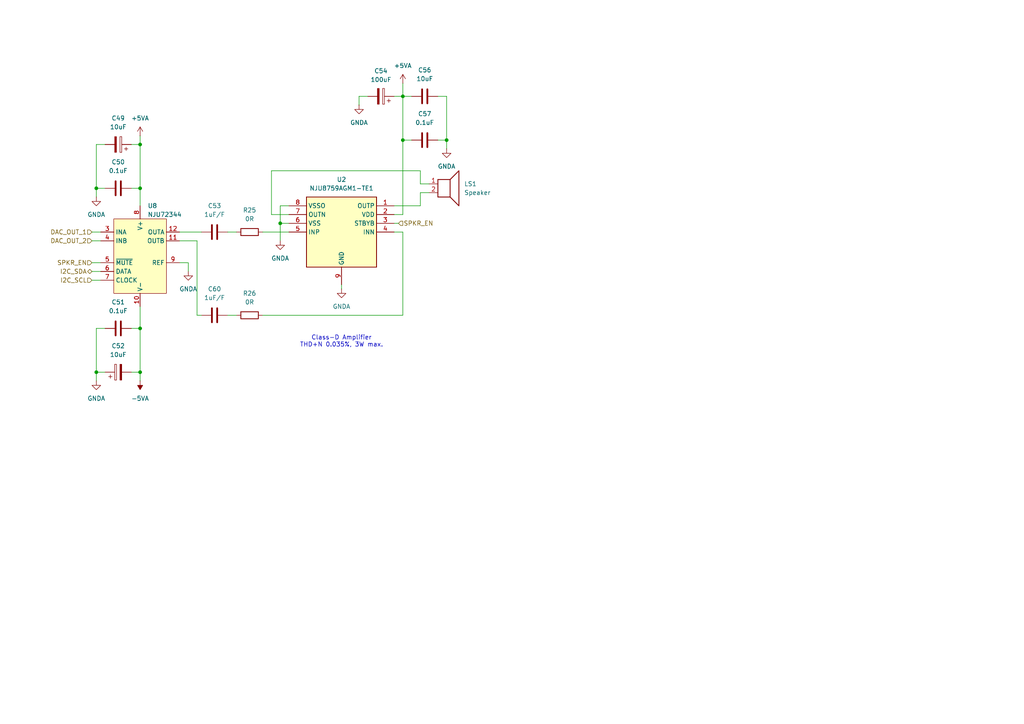
<source format=kicad_sch>
(kicad_sch (version 20250114) (generator "eeschema") (generator_version "9.0")
  (paper "A4")
  (lib_symbols
    (symbol "Device:C" (pin_numbers (hide yes)) (pin_names (offset 0.254))
      (property "Reference" "C" (at 0.635 2.54 0))
      (property "Value" "C" (at 0.635 -2.54 0))
      (symbol "C_0_1"
        (polyline (pts (xy -2.032 0.762) (xy 2.032 0.762)) (stroke (width 0.508)))
        (polyline (pts (xy -2.032 -0.762) (xy 2.032 -0.762)) (stroke (width 0.508)))
      )
      (symbol "C_1_1"
        (pin passive line (at 0 3.81 270) (length 2.794) (name "~") (number "1"))
        (pin passive line (at 0 -3.81 90) (length 2.794) (name "~") (number "2"))
      )
    )
    (symbol "Device:C_Polarized" (pin_numbers (hide yes)) (pin_names (offset 0.254))
      (property "Reference" "C" (at 0.635 2.54 0))
      (property "Value" "C_Polarized" (at 0.635 -2.54 0))
      (symbol "C_Polarized_0_1"
        (rectangle (start -2.286 0.508) (end 2.286 1.016))
        (polyline (pts (xy -1.778 2.286) (xy -0.762 2.286)))
        (polyline (pts (xy -1.27 2.794) (xy -1.27 1.778)))
        (rectangle (start 2.286 -0.508) (end -2.286 -1.016) (fill (type outline)))
      )
      (symbol "C_Polarized_1_1"
        (pin passive line (at 0 3.81 270) (length 2.794) (name "~") (number "1"))
        (pin passive line (at 0 -3.81 90) (length 2.794) (name "~") (number "2"))
      )
    )
    (symbol "Device:R" (pin_numbers (hide yes)) (pin_names (offset 0))
      (property "Reference" "R" (at 2.032 0 90))
      (property "Value" "R" (at 0 0 90))
      (symbol "R_0_1"
        (rectangle (start -1.016 -2.54) (end 1.016 2.54) (stroke (width 0.254)))
      )
      (symbol "R_1_1"
        (pin passive line (at 0 3.81 270) (length 1.27) (name "~") (number "1"))
        (pin passive line (at 0 -3.81 90) (length 1.27) (name "~") (number "2"))
      )
    )
    (symbol "Device:Speaker" (pin_names (offset 0) (hide yes))
      (property "Reference" "LS" (at 1.27 5.715 0))
      (property "Value" "Speaker" (at 1.27 3.81 0))
      (symbol "Speaker_0_0"
        (rectangle (start -2.54 1.27) (end 1.016 -3.81) (stroke (width 0.254)))
        (polyline (pts (xy 1.016 1.27) (xy 3.556 3.81) (xy 3.556 -6.35) (xy 1.016 -3.81)) (stroke (width 0.254)))
      )
      (symbol "Speaker_1_1"
        (pin input line (at -5.08 0 0) (length 2.54) (name "1") (number "1"))
        (pin input line (at -5.08 -2.54 0) (length 2.54) (name "2") (number "2"))
      )
    )
    (symbol "NJU72344:NJU72344"
      (property "Reference" "U" (at 0 0 0))
      (symbol "NJU72344_1_1"
        (rectangle (start -7.62 11.43) (end 7.62 -10.16) (fill (type background)))
        (pin passive line (at -11.43 7.62 0) (length 3.81) (name "INA") (number "3"))
        (pin passive line (at -11.43 5.08 0) (length 3.81) (name "INB") (number "4"))
        (pin passive line (at -11.43 -1.27 0) (length 3.81) (name "~{MUTE}") (number "5"))
        (pin passive line (at -11.43 -3.81 0) (length 3.81) (name "DATA") (number "6"))
        (pin passive line (at -11.43 -6.35 0) (length 3.81) (name "CLOCK") (number "7"))
        (pin passive line (at 0 15.24 270) (length 3.81) (name "V+") (number "8"))
        (pin passive line (at 0 -13.97 90) (length 3.81) (name "V-") (number "10"))
        (pin passive line (at 11.43 7.62 180) (length 3.81) (name "OUTA") (number "12"))
        (pin passive line (at 11.43 5.08 180) (length 3.81) (name "OUTB") (number "11"))
        (pin passive line (at 11.43 -1.27 180) (length 3.81) (name "REF") (number "9"))
        (pin no_connect line (at 11.43 -6.35 180) (length 3.81) (hide yes) (name "NC") (number "1"))
        (pin no_connect line (at 11.43 -6.35 180) (length 3.81) (hide yes) (name "NC") (number "13"))
        (pin no_connect line (at 11.43 -6.35 180) (length 3.81) (hide yes) (name "NC") (number "14"))
        (pin no_connect line (at 11.43 -6.35 180) (length 3.81) (hide yes) (name "NC") (number "2"))
      )
    )
    (symbol "NJU8759AGM1-TE1:NJU8759AGM1-TE1"
      (property "Reference" "IC" (at 26.67 7.62 0))
      (property "Value" "NJU8759AGM1-TE1" (at 26.67 5.08 0))
      (symbol "NJU8759AGM1-TE1_1_1"
        (rectangle (start 5.08 2.54) (end 25.4 -17.78) (stroke (width 0.254)) (fill (type background)))
        (pin passive line (at 0 0 0) (length 5.08) (name "OUTP") (number "1"))
        (pin passive line (at 0 -2.54 0) (length 5.08) (name "VDD") (number "2"))
        (pin passive line (at 0 -5.08 0) (length 5.08) (name "STBYB") (number "3"))
        (pin passive line (at 0 -7.62 0) (length 5.08) (name "INN") (number "4"))
        (pin passive line (at 15.24 -22.86 90) (length 5.08) (name "GND") (number "9"))
        (pin passive line (at 30.48 0 180) (length 5.08) (name "VSSO") (number "8"))
        (pin passive line (at 30.48 -2.54 180) (length 5.08) (name "OUTN") (number "7"))
        (pin passive line (at 30.48 -5.08 180) (length 5.08) (name "VSS") (number "6"))
        (pin passive line (at 30.48 -7.62 180) (length 5.08) (name "INP") (number "5"))
      )
    )
    (symbol "power:+5VA" (power) (pin_numbers (hide yes)) (pin_names (offset 0) (hide yes))
      (property "Value" "+5VA" (at 0 3.556 0))
      (symbol "+5VA_0_1"
        (polyline (pts (xy -0.762 1.27) (xy 0 2.54)))
        (polyline (pts (xy 0 2.54) (xy 0.762 1.27)))
        (polyline (pts (xy 0 0) (xy 0 2.54)))
      )
      (symbol "+5VA_1_1"
        (pin power_in line (at 0 0 90) (length 0) (name "~") (number "1"))
      )
    )
    (symbol "power:-5VA" (power) (pin_numbers (hide yes)) (pin_names (offset 0) (hide yes))
      (property "Value" "-5VA" (at 0 3.556 0))
      (symbol "-5VA_0_0"
        (pin power_in line (at 0 0 90) (length 0) (name "~") (number "1"))
      )
      (symbol "-5VA_0_1"
        (polyline (pts (xy 0 0) (xy 0 1.27) (xy 0.762 1.27) (xy 0 2.54) (xy -0.762 1.27) (xy 0 1.27)) (fill (type outline)))
      )
    )
    (symbol "power:GNDA" (power) (pin_numbers (hide yes)) (pin_names (offset 0) (hide yes))
      (property "Value" "GNDA" (at 0 -3.81 0))
      (symbol "GNDA_0_1"
        (polyline (pts (xy 0 0) (xy 0 -1.27) (xy 1.27 -1.27) (xy 0 -2.54) (xy -1.27 -1.27) (xy 0 -1.27)))
      )
      (symbol "GNDA_1_1"
        (pin power_in line (at 0 0 270) (length 0) (name "~") (number "1"))
      )
    )
  )
  (text "Class-D Amplifier\nTHD+N 0.035%, 3W max." (at 99.06 99.06 0) (effects (font (size 1.27 1.27))))
  (junction (at 81.28 64.77))
  (junction (at 129.54 40.64))
  (junction (at 40.64 41.91))
  (junction (at 40.64 95.25))
  (junction (at 40.64 54.61))
  (junction (at 116.84 27.94))
  (junction (at 27.94 107.95))
  (junction (at 40.64 107.95))
  (junction (at 27.94 54.61))
  (junction (at 116.84 40.64))
  (wire (pts (xy 78.74 49.53) (xy 78.74 62.23)))
  (wire (pts (xy 40.64 95.25) (xy 40.64 107.95)))
  (wire (pts (xy 38.1 107.95) (xy 40.64 107.95)))
  (wire (pts (xy 66.04 67.31) (xy 68.58 67.31)))
  (wire (pts (xy 26.67 69.85) (xy 29.21 69.85)))
  (wire (pts (xy 27.94 95.25) (xy 27.94 107.95)))
  (wire (pts (xy 127 27.94) (xy 129.54 27.94)))
  (wire (pts (xy 52.07 76.2) (xy 54.61 76.2)))
  (wire (pts (xy 40.64 41.91) (xy 40.64 54.61)))
  (wire (pts (xy 40.64 39.37) (xy 40.64 41.91)))
  (wire (pts (xy 57.15 91.44) (xy 58.42 91.44)))
  (wire (pts (xy 57.15 69.85) (xy 57.15 91.44)))
  (wire (pts (xy 127 40.64) (xy 129.54 40.64)))
  (wire (pts (xy 116.84 27.94) (xy 116.84 40.64)))
  (wire (pts (xy 52.07 69.85) (xy 57.15 69.85)))
  (wire (pts (xy 99.06 82.55) (xy 99.06 83.82)))
  (wire (pts (xy 116.84 62.23) (xy 116.84 40.64)))
  (wire (pts (xy 58.42 67.31) (xy 52.07 67.31)))
  (wire (pts (xy 116.84 40.64) (xy 119.38 40.64)))
  (wire (pts (xy 121.92 59.69) (xy 121.92 55.88)))
  (wire (pts (xy 121.92 49.53) (xy 78.74 49.53)))
  (wire (pts (xy 38.1 54.61) (xy 40.64 54.61)))
  (wire (pts (xy 81.28 64.77) (xy 83.82 64.77)))
  (wire (pts (xy 26.67 81.28) (xy 29.21 81.28)))
  (wire (pts (xy 116.84 67.31) (xy 114.3 67.31)))
  (wire (pts (xy 27.94 41.91) (xy 27.94 54.61)))
  (wire (pts (xy 104.14 27.94) (xy 106.68 27.94)))
  (wire (pts (xy 27.94 107.95) (xy 30.48 107.95)))
  (wire (pts (xy 76.2 91.44) (xy 116.84 91.44)))
  (wire (pts (xy 66.04 91.44) (xy 68.58 91.44)))
  (wire (pts (xy 27.94 107.95) (xy 27.94 110.49)))
  (wire (pts (xy 129.54 40.64) (xy 129.54 43.18)))
  (wire (pts (xy 121.92 55.88) (xy 124.46 55.88)))
  (wire (pts (xy 40.64 54.61) (xy 40.64 59.69)))
  (wire (pts (xy 76.2 67.31) (xy 83.82 67.31)))
  (wire (pts (xy 81.28 64.77) (xy 81.28 59.69)))
  (wire (pts (xy 26.67 67.31) (xy 29.21 67.31)))
  (wire (pts (xy 116.84 91.44) (xy 116.84 67.31)))
  (wire (pts (xy 30.48 41.91) (xy 27.94 41.91)))
  (wire (pts (xy 116.84 24.13) (xy 116.84 27.94)))
  (wire (pts (xy 115.57 64.77) (xy 114.3 64.77)))
  (wire (pts (xy 116.84 27.94) (xy 119.38 27.94)))
  (wire (pts (xy 121.92 49.53) (xy 121.92 53.34)))
  (wire (pts (xy 30.48 54.61) (xy 27.94 54.61)))
  (wire (pts (xy 81.28 59.69) (xy 83.82 59.69)))
  (wire (pts (xy 38.1 41.91) (xy 40.64 41.91)))
  (wire (pts (xy 78.74 62.23) (xy 83.82 62.23)))
  (wire (pts (xy 26.67 76.2) (xy 29.21 76.2)))
  (wire (pts (xy 104.14 27.94) (xy 104.14 30.48)))
  (wire (pts (xy 129.54 27.94) (xy 129.54 40.64)))
  (wire (pts (xy 81.28 69.85) (xy 81.28 64.77)))
  (wire (pts (xy 40.64 107.95) (xy 40.64 110.49)))
  (wire (pts (xy 114.3 59.69) (xy 121.92 59.69)))
  (wire (pts (xy 27.94 54.61) (xy 27.94 57.15)))
  (wire (pts (xy 114.3 27.94) (xy 116.84 27.94)))
  (wire (pts (xy 114.3 62.23) (xy 116.84 62.23)))
  (wire (pts (xy 38.1 95.25) (xy 40.64 95.25)))
  (wire (pts (xy 26.67 78.74) (xy 29.21 78.74)))
  (wire (pts (xy 27.94 95.25) (xy 30.48 95.25)))
  (wire (pts (xy 54.61 76.2) (xy 54.61 78.74)))
  (wire (pts (xy 40.64 95.25) (xy 40.64 88.9)))
  (wire (pts (xy 121.92 53.34) (xy 124.46 53.34)))
  (hierarchical_label "DAC_OUT_2" (shape input) (at 26.67 69.85 180))
  (hierarchical_label "SPKR_EN" (shape input) (at 26.67 76.2 180))
  (hierarchical_label "I2C_SDA" (shape bidirectional) (at 26.67 78.74 180))
  (hierarchical_label "SPKR_EN" (shape input) (at 115.57 64.77 0))
  (hierarchical_label "DAC_OUT_1" (shape input) (at 26.67 67.31 180))
  (hierarchical_label "I2C_SCL" (shape input) (at 26.67 81.28 180))
  (symbol (lib_id "Device:C_Polarized") (at 34.29 107.95 90) (unit 1)
    (property "Reference" "C52" (at 34.29 100.33 90))
    (property "Value" "10uF" (at 34.29 102.87 90))
    (property "Footprint" "Capacitor_Tantalum_SMD:CP_EIA-3216-10_Kemet-I" (effects (hide yes)))
    (property "Description" "Polarized capacitor" (effects (hide yes)))
    (property "Part No." "TCJA106M010R0200" (effects (hide yes)))
    (property "Vendor" "Kyocera AVX" (effects (hide yes)))
    (property "Fetched" "20" (effects (hide yes)))
    (instances (project "MizukiH743" (path "" (reference "C52") (unit 1))) (project "MizukiRA8M1v3" (path "" (reference "C?") (unit 1))) (project "" (path "" (reference "C4") (unit 1))))
  )
  (symbol (lib_id "power:GNDA") (at 129.54 43.18 0) (unit 1)
    (property "Reference" "#PWR072" (effects (hide yes)))
    (property "Value" "GNDA" (at 129.54 48.26 0))
    (property "Description" "Power symbol creates a global label with name \"GNDA\" , analog ground" (effects (hide yes)))
    (instances (project "MizukiH743" (path "" (reference "#PWR072") (unit 1))) (project "MizukiRA8M1v3" (path "" (reference "#PWR?") (unit 1))))
  )
  (symbol (lib_id "Device:R") (at 72.39 91.44 90) (unit 1)
    (property "Reference" "R26" (at 72.39 85.09 90))
    (property "Value" "0R" (at 72.39 87.63 90))
    (property "Footprint" "Resistor_SMD:R_0603_1608Metric" (effects (hide yes)))
    (property "Description" "Resistor" (effects (hide yes)))
    (property "Part No." "PTFR0603B39R0Q9" (effects (hide yes)))
    (property "Vendor" "RESI" (effects (hide yes)))
    (instances (project "MizukiH743" (path "" (reference "R26") (unit 1))) (project "MizukiRA8M1v3" (path "" (reference "R?") (unit 1))) (project "" (path "" (reference "R2") (unit 1))))
  )
  (symbol (lib_id "power:GNDA") (at 27.94 57.15 0) (unit 1)
    (property "Reference" "#PWR061" (effects (hide yes)))
    (property "Value" "GNDA" (at 27.94 62.23 0))
    (property "Description" "Power symbol creates a global label with name \"GNDA\" , analog ground" (effects (hide yes)))
    (instances (project "MizukiH743" (path "" (reference "#PWR061") (unit 1))) (project "MizukiRA8M1v3" (path "" (reference "#PWR?") (unit 1))))
  )
  (symbol (lib_id "Device:C") (at 62.23 91.44 90) (unit 1)
    (property "Reference" "C60" (at 62.23 83.82 90))
    (property "Value" "1uF/F" (at 62.23 86.36 90))
    (property "Footprint" "Capacitor_SMD:C_1210_3225Metric" (effects (hide yes)))
    (property "Description" "Unpolarized capacitor" (effects (hide yes)))
    (property "Part No." "ECPU1C105MA5" (effects (hide yes)))
    (property "Vendor" "Panasonic" (effects (hide yes)))
    (property "Fetched" "4" (effects (hide yes)))
    (instances (project "MizukiH743" (path "" (reference "C60") (unit 1))) (project "MizukiRA8M1v3" (path "" (reference "C?") (unit 1))) (project "" (path "" (reference "C10") (unit 1))))
  )
  (symbol (lib_id "power:GNDA") (at 54.61 78.74 0) (unit 1)
    (property "Reference" "#PWR068" (effects (hide yes)))
    (property "Value" "GNDA" (at 54.61 83.82 0))
    (property "Description" "Power symbol creates a global label with name \"GNDA\" , analog ground" (effects (hide yes)))
    (instances (project "MizukiH743" (path "" (reference "#PWR068") (unit 1))) (project "" (path "" (reference "#PWR?") (unit 1))))
  )
  (symbol (lib_id "Device:C_Polarized") (at 110.49 27.94 270) (mirror x) (unit 1)
    (property "Reference" "C54" (at 110.49 20.574 90))
    (property "Value" "100uF" (at 110.49 23.114 90))
    (property "Footprint" "Capacitor_Tantalum_SMD:CP_EIA-7343-15_Kemet-W" (effects (hide yes)))
    (property "Description" "Polarized capacitor" (effects (hide yes)))
    (property "Part No." "ECASD41A107M015KA0" (effects (hide yes)))
    (property "Vendor" "muRata" (effects (hide yes)))
    (property "Fetched" "20" (effects (hide yes)))
    (instances (project "MizukiH743" (path "" (reference "C54") (unit 1))) (project "MizukiRA8M1v3" (path "" (reference "C?") (unit 1))) (project "" (path "" (reference "C6") (unit 1))))
  )
  (symbol (lib_id "Device:C") (at 123.19 40.64 90) (unit 1)
    (property "Reference" "C57" (at 123.19 33.02 90))
    (property "Value" "0.1uF" (at 123.19 35.56 90))
    (property "Footprint" "Capacitor_SMD:C_0603_1608Metric" (effects (hide yes)))
    (property "Description" "Unpolarized capacitor" (effects (hide yes)))
    (instances (project "MizukiH743" (path "" (reference "C57") (unit 1))) (project "MizukiRA8M1v3" (path "" (reference "C?") (unit 1))) (project "" (path "" (reference "C9") (unit 1))))
  )
  (symbol (lib_id "power:+5VA") (at 116.84 24.13 0) (unit 1)
    (property "Reference" "#PWR071" (effects (hide yes)))
    (property "Value" "+5VA" (at 116.84 19.05 0))
    (property "Description" "Power symbol creates a global label with name \"+5VA\"" (effects (hide yes)))
    (instances (project "MizukiH743" (path "" (reference "#PWR071") (unit 1))) (project "MizukiRA8M1v3" (path "" (reference "#PWR?") (unit 1))))
  )
  (symbol (lib_id "NJU8759AGM1-TE1:NJU8759AGM1-TE1") (at 114.3 59.69 0) (mirror y) (unit 1)
    (property "Reference" "U2" (at 99.06 52.07 0))
    (property "Value" "NJU8759AGM1-TE1" (at 99.06 54.61 0))
    (property "Footprint" "SOIC127P620X170-9N" (effects (hide yes)))
    (property "Datasheet" "https://www.nisshinbo-microdevices.co.jp/en/pdf/datasheet/NJU8759A_E.pdf" (effects (hide yes)))
    (property "Description" "Amplifier IC 1-Channel (Mono) Class D 8-HSOP" (effects (hide yes)))
    (property "Height" "1.7" (effects (hide yes)))
    (property "Manufacturer_Name" "Nisshinbo" (effects (hide yes)))
    (property "Manufacturer_Part_Number" "NJU8759AGM1-TE1" (effects (hide yes)))
    (property "Mouser Part Number" "513-NJU8759AGM1" (effects (hide yes)))
    (property "Mouser Price/Stock" "https://www.mouser.co.uk/ProductDetail/Nisshinbo/NJU8759AGM1-TE1?qs=iLbezkQI%252Bsjfjohn1Zv%252BvA%3D%3D" (effects (hide yes)))
  )
  (symbol (lib_id "Device:Speaker") (at 129.54 53.34 0) (unit 1)
    (property "Reference" "LS1" (at 134.62 53.3399 0) (effects (justify left)))
    (property "Value" "Speaker" (at 134.62 55.8799 0) (effects (justify left)))
    (property "Footprint" "B2B-XH-A_LF_SN:SHDR2W64P0X250_1X2_740X575X700P" (effects (hide yes)))
    (property "Description" "Speaker" (effects (hide yes)))
    (property "Part No." "B2B-XH-A(LF)(SN)" (effects (hide yes)))
    (property "Vendor" "JST" (effects (hide yes)))
    (property "Fetched" "29" (effects (hide yes)))
    (instances (project "MizukiH743" (path "" (reference "LS1") (unit 1))) (project "MizukiRA8M1v3" (path "" (reference "LS?") (unit 1))) (project "" (path "" (reference "LS1") (unit 1))))
  )
  (symbol (lib_id "Device:R") (at 72.39 67.31 90) (unit 1)
    (property "Reference" "R25" (at 72.39 60.96 90))
    (property "Value" "0R" (at 72.39 63.5 90))
    (property "Footprint" "Resistor_SMD:R_0603_1608Metric" (effects (hide yes)))
    (property "Description" "Resistor" (effects (hide yes)))
    (property "Part No." "PTFR0603B39R0Q9" (effects (hide yes)))
    (property "Vendor" "RESI" (effects (hide yes)))
    (instances (project "MizukiH743" (path "" (reference "R25") (unit 1))) (project "MizukiRA8M1v3" (path "" (reference "R?") (unit 1))) (project "" (path "" (reference "R1") (unit 1))))
  )
  (symbol (lib_id "power:GNDA") (at 27.94 110.49 0) (unit 1)
    (property "Reference" "#PWR062" (effects (hide yes)))
    (property "Value" "GNDA" (at 27.94 115.57 0))
    (property "Description" "Power symbol creates a global label with name \"GNDA\" , analog ground" (effects (hide yes)))
    (instances (project "MizukiH743" (path "" (reference "#PWR062") (unit 1))) (project "MizukiRA8M1v3" (path "" (reference "#PWR?") (unit 1))))
  )
  (symbol (lib_id "Device:C_Polarized") (at 34.29 41.91 270) (mirror x) (unit 1)
    (property "Reference" "C49" (at 34.29 34.29 90))
    (property "Value" "10uF" (at 34.29 36.83 90))
    (property "Footprint" "Capacitor_Tantalum_SMD:CP_EIA-3216-10_Kemet-I" (effects (hide yes)))
    (property "Description" "Polarized capacitor" (effects (hide yes)))
    (property "Part No." "TCJA106M010R0200" (effects (hide yes)))
    (property "Vendor" "Kyocera AVX" (effects (hide yes)))
    (property "Fetched" "20" (effects (hide yes)))
    (instances (project "MizukiH743" (path "" (reference "C49") (unit 1))) (project "" (path "" (reference "C?") (unit 1))) (project "" (path "" (reference "C1") (unit 1))))
  )
  (symbol (lib_id "power:GNDA") (at 81.28 69.85 0) (unit 1)
    (property "Reference" "#PWR02" (effects (hide yes)))
    (property "Value" "GNDA" (at 81.28 74.93 0))
    (property "Description" "Power symbol creates a global label with name \"GNDA\" , analog ground" (effects (hide yes)))
  )
  (symbol (lib_id "NJU72344:NJU72344") (at 40.64 74.93 0) (unit 1)
    (property "Reference" "U8" (at 42.8341 59.69 0) (effects (justify left)))
    (property "Value" "NJU72344" (at 42.8341 62.23 0) (effects (justify left)))
    (property "Footprint" "Package_SO:SSOP-14_5.3x6.2mm_P0.65mm" (effects (hide yes)))
    (property "Part No." "NJU72344V-TE1" (effects (hide yes)))
    (property "Vendor" "Nisshinbo" (effects (hide yes)))
    (property "Fetched" "2" (effects (hide yes)))
    (instances (project "MizukiH743" (path "" (reference "U8") (unit 1))) (project "" (path "" (reference "U?") (unit 1))) (project "" (path "" (reference "U1") (unit 1))))
  )
  (symbol (lib_id "Device:C") (at 34.29 54.61 90) (unit 1)
    (property "Reference" "C50" (at 34.29 46.99 90))
    (property "Value" "0.1uF" (at 34.29 49.53 90))
    (property "Footprint" "Capacitor_SMD:C_0603_1608Metric" (effects (hide yes)))
    (property "Description" "Unpolarized capacitor" (effects (hide yes)))
    (instances (project "MizukiH743" (path "" (reference "C50") (unit 1))) (project "" (path "" (reference "C?") (unit 1))) (project "" (path "" (reference "C2") (unit 1))))
  )
  (symbol (lib_id "Device:C") (at 34.29 95.25 90) (unit 1)
    (property "Reference" "C51" (at 34.29 87.63 90))
    (property "Value" "0.1uF" (at 34.29 90.17 90))
    (property "Footprint" "Capacitor_SMD:C_0603_1608Metric" (effects (hide yes)))
    (property "Description" "Unpolarized capacitor" (effects (hide yes)))
    (instances (project "MizukiH743" (path "" (reference "C51") (unit 1))) (project "MizukiRA8M1v3" (path "" (reference "C?") (unit 1))) (project "" (path "" (reference "C3") (unit 1))))
  )
  (symbol (lib_id "power:GNDA") (at 99.06 83.82 0) (unit 1)
    (property "Reference" "#PWR01" (effects (hide yes)))
    (property "Value" "GNDA" (at 99.06 88.9 0))
    (property "Description" "Power symbol creates a global label with name \"GNDA\" , analog ground" (effects (hide yes)))
  )
  (symbol (lib_id "Device:C") (at 62.23 67.31 90) (unit 1)
    (property "Reference" "C53" (at 62.23 59.69 90))
    (property "Value" "1uF/F" (at 62.23 62.23 90))
    (property "Footprint" "Capacitor_SMD:C_1210_3225Metric" (effects (hide yes)))
    (property "Description" "Unpolarized capacitor" (effects (hide yes)))
    (property "Part No." "ECPU1C105MA5" (effects (hide yes)))
    (property "Vendor" "Panasonic" (effects (hide yes)))
    (property "Fetched" "4" (effects (hide yes)))
    (instances (project "MizukiH743" (path "" (reference "C53") (unit 1))) (project "MizukiRA8M1v3" (path "" (reference "C?") (unit 1))) (project "" (path "" (reference "C5") (unit 1))))
  )
  (symbol (lib_id "Device:C") (at 123.19 27.94 90) (unit 1)
    (property "Reference" "C56" (at 123.19 20.32 90))
    (property "Value" "10uF" (at 123.19 22.86 90))
    (property "Footprint" "Capacitor_SMD:C_0603_1608Metric" (effects (hide yes)))
    (property "Description" "Unpolarized capacitor" (effects (hide yes)))
    (instances (project "MizukiH743" (path "" (reference "C56") (unit 1))) (project "MizukiRA8M1v3" (path "" (reference "C?") (unit 1))) (project "" (path "" (reference "C8") (unit 1))))
  )
  (symbol (lib_id "power:+5VA") (at 40.64 39.37 0) (unit 1)
    (property "Reference" "#PWR064" (effects (hide yes)))
    (property "Value" "+5VA" (at 40.64 34.29 0))
    (property "Description" "Power symbol creates a global label with name \"+5VA\"" (effects (hide yes)))
    (instances (project "MizukiH743" (path "" (reference "#PWR064") (unit 1))) (project "MizukiRA8M1v3" (path "" (reference "#PWR?") (unit 1))))
  )
  (symbol (lib_id "power:GNDA") (at 104.14 30.48 0) (unit 1)
    (property "Reference" "#PWR069" (effects (hide yes)))
    (property "Value" "GNDA" (at 104.14 35.56 0))
    (property "Description" "Power symbol creates a global label with name \"GNDA\" , analog ground" (effects (hide yes)))
    (instances (project "MizukiH743" (path "" (reference "#PWR069") (unit 1))) (project "MizukiRA8M1v3" (path "" (reference "#PWR?") (unit 1))))
  )
  (symbol (lib_id "power:-5VA") (at 40.64 110.49 180) (unit 1)
    (property "Reference" "#PWR065" (effects (hide yes)))
    (property "Value" "-5VA" (at 40.64 115.57 0))
    (property "Description" "Power symbol creates a global label with name \"-5VA\"" (effects (hide yes)))
    (instances (project "MizukiH743" (path "" (reference "#PWR065") (unit 1))) (project "MizukiRA8M1v3" (path "" (reference "#PWR?") (unit 1))))
  )
)
</source>
